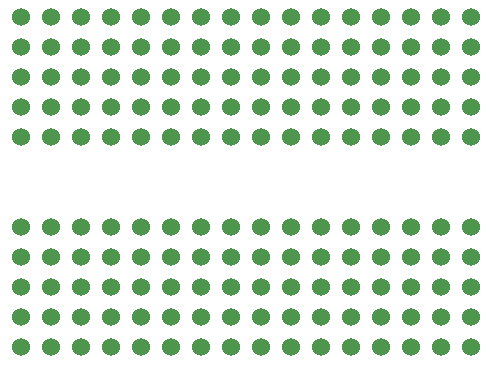
<source format=gbr>
%TF.GenerationSoftware,KiCad,Pcbnew,5.1.9-73d0e3b20d~88~ubuntu20.04.1*%
%TF.CreationDate,2021-01-27T17:21:39-06:00*%
%TF.ProjectId,ProtoPCBs,50726f74-6f50-4434-9273-2e6b69636164,rev?*%
%TF.SameCoordinates,Original*%
%TF.FileFunction,Copper,L2,Bot*%
%TF.FilePolarity,Positive*%
%FSLAX46Y46*%
G04 Gerber Fmt 4.6, Leading zero omitted, Abs format (unit mm)*
G04 Created by KiCad (PCBNEW 5.1.9-73d0e3b20d~88~ubuntu20.04.1) date 2021-01-27 17:21:39*
%MOMM*%
%LPD*%
G01*
G04 APERTURE LIST*
%TA.AperFunction,ComponentPad*%
%ADD10C,1.524000*%
%TD*%
G04 APERTURE END LIST*
D10*
%TO.P,REF\u002A\u002A,1*%
%TO.N,N/C*%
X193040000Y-83820000D03*
X193040000Y-93980000D03*
X203200000Y-86360000D03*
X228600000Y-93980000D03*
X228600000Y-88900000D03*
X226060000Y-83820000D03*
X215900000Y-93980000D03*
X205740000Y-86360000D03*
X213360000Y-88900000D03*
X223520000Y-83820000D03*
X231140000Y-91440000D03*
X193040000Y-86360000D03*
X213360000Y-86360000D03*
X213360000Y-93980000D03*
X220980000Y-91440000D03*
X220980000Y-93980000D03*
X205740000Y-83820000D03*
X220980000Y-86360000D03*
X195580000Y-93980000D03*
X198120000Y-88900000D03*
X226060000Y-88900000D03*
X213360000Y-91440000D03*
X231140000Y-86360000D03*
X218440000Y-86360000D03*
X208280000Y-91440000D03*
X231140000Y-93980000D03*
X223520000Y-91440000D03*
X223520000Y-93980000D03*
X218440000Y-93980000D03*
X203200000Y-88900000D03*
X200660000Y-88900000D03*
X208280000Y-83820000D03*
X215900000Y-83820000D03*
X218440000Y-91440000D03*
X218440000Y-88900000D03*
X228600000Y-91440000D03*
X220980000Y-83820000D03*
X215900000Y-91440000D03*
X200660000Y-91440000D03*
X220980000Y-88900000D03*
X228600000Y-83820000D03*
X200660000Y-93980000D03*
X215900000Y-88900000D03*
X231140000Y-83820000D03*
X208280000Y-93980000D03*
X208280000Y-88900000D03*
X203200000Y-83820000D03*
X210820000Y-91440000D03*
X200660000Y-83820000D03*
X215900000Y-86360000D03*
X195580000Y-91440000D03*
X205740000Y-91440000D03*
X223520000Y-86360000D03*
X226060000Y-86360000D03*
X213360000Y-83820000D03*
X228600000Y-86360000D03*
X226060000Y-93980000D03*
X198120000Y-83820000D03*
X195580000Y-88900000D03*
X210820000Y-83820000D03*
X193040000Y-91440000D03*
X210820000Y-86360000D03*
X231140000Y-88900000D03*
X208280000Y-86360000D03*
X223520000Y-88900000D03*
X205740000Y-93980000D03*
X205740000Y-88900000D03*
X195580000Y-86360000D03*
X198120000Y-93980000D03*
X210820000Y-93980000D03*
X210820000Y-88900000D03*
X226060000Y-91440000D03*
X218440000Y-83820000D03*
X203200000Y-93980000D03*
X193040000Y-88900000D03*
X198120000Y-86360000D03*
X200660000Y-86360000D03*
X195580000Y-83820000D03*
X198120000Y-91440000D03*
X203200000Y-91440000D03*
X213360000Y-66040000D03*
X213360000Y-76200000D03*
X223520000Y-68580000D03*
X226060000Y-68580000D03*
X213360000Y-68580000D03*
X226060000Y-66040000D03*
X215900000Y-76200000D03*
X218440000Y-71120000D03*
X228600000Y-73660000D03*
X223520000Y-71120000D03*
X220980000Y-71120000D03*
X228600000Y-66040000D03*
X220980000Y-73660000D03*
X220980000Y-76200000D03*
X228600000Y-76200000D03*
X228600000Y-71120000D03*
X223520000Y-66040000D03*
X231140000Y-73660000D03*
X220980000Y-66040000D03*
X215900000Y-73660000D03*
X226060000Y-73660000D03*
X218440000Y-66040000D03*
X215900000Y-71120000D03*
X231140000Y-66040000D03*
X213360000Y-73660000D03*
X231140000Y-68580000D03*
X228600000Y-68580000D03*
X226060000Y-76200000D03*
X226060000Y-71120000D03*
X215900000Y-68580000D03*
X218440000Y-76200000D03*
X231140000Y-76200000D03*
X231140000Y-71120000D03*
X223520000Y-76200000D03*
X213360000Y-71120000D03*
X218440000Y-68580000D03*
X220980000Y-68580000D03*
X215900000Y-66040000D03*
X218440000Y-73660000D03*
X223520000Y-73660000D03*
X210820000Y-73660000D03*
X210820000Y-66040000D03*
X210820000Y-76200000D03*
X210820000Y-71120000D03*
X210820000Y-68580000D03*
X208280000Y-68580000D03*
X208280000Y-66040000D03*
X208280000Y-73660000D03*
X208280000Y-76200000D03*
X208280000Y-71120000D03*
X205740000Y-68580000D03*
X205740000Y-71120000D03*
X205740000Y-66040000D03*
X205740000Y-76200000D03*
X205740000Y-73660000D03*
X203200000Y-71120000D03*
X203200000Y-73660000D03*
X203200000Y-76200000D03*
X203200000Y-66040000D03*
X203200000Y-68580000D03*
X200660000Y-71120000D03*
X200660000Y-66040000D03*
X200660000Y-76200000D03*
X200660000Y-68580000D03*
X200660000Y-73660000D03*
X198120000Y-76200000D03*
X198120000Y-73660000D03*
X198120000Y-71120000D03*
X198120000Y-68580000D03*
X198120000Y-66040000D03*
X195580000Y-66040000D03*
X195580000Y-76200000D03*
X195580000Y-68580000D03*
X195580000Y-73660000D03*
X195580000Y-71120000D03*
X193040000Y-76200000D03*
X193040000Y-73660000D03*
X193040000Y-71120000D03*
X193040000Y-68580000D03*
X193040000Y-66040000D03*
%TD*%
M02*

</source>
